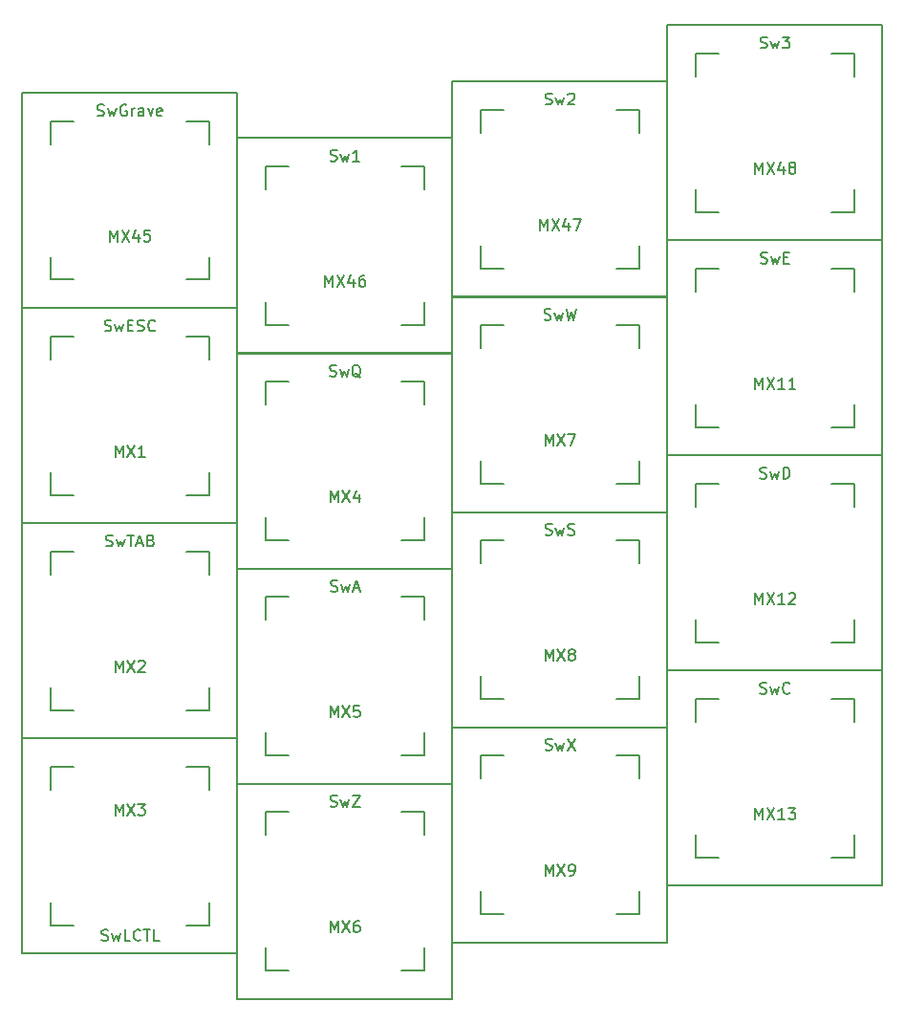
<source format=gbr>
G04 #@! TF.GenerationSoftware,KiCad,Pcbnew,(5.1.4)-1*
G04 #@! TF.CreationDate,2023-05-18T17:00:28-04:00*
G04 #@! TF.ProjectId,ThumbsUp,5468756d-6273-4557-902e-6b696361645f,rev?*
G04 #@! TF.SameCoordinates,Original*
G04 #@! TF.FileFunction,Drawing*
%FSLAX46Y46*%
G04 Gerber Fmt 4.6, Leading zero omitted, Abs format (unit mm)*
G04 Created by KiCad (PCBNEW (5.1.4)-1) date 2023-05-18 17:00:28*
%MOMM*%
%LPD*%
G04 APERTURE LIST*
%ADD10C,0.150000*%
G04 APERTURE END LIST*
D10*
X33437789Y-538367952D02*
X33437789Y-519317952D01*
X52487789Y-538367952D02*
X33437789Y-538367952D01*
X52487789Y-519317952D02*
X52487789Y-538367952D01*
X33437789Y-519317952D02*
X52487789Y-519317952D01*
X35962789Y-521842952D02*
X35962789Y-523842952D01*
X37962789Y-521842952D02*
X35962789Y-521842952D01*
X35962789Y-535842952D02*
X37962789Y-535842952D01*
X35962789Y-533842952D02*
X35962789Y-535842952D01*
X49962789Y-535842952D02*
X49962789Y-533842952D01*
X47962789Y-535842952D02*
X49962789Y-535842952D01*
X49962789Y-521842952D02*
X49962789Y-523842952D01*
X47962789Y-521842952D02*
X49962789Y-521842952D01*
X33437790Y-557417952D02*
X33437790Y-538367952D01*
X52487790Y-557417952D02*
X33437790Y-557417952D01*
X52487790Y-538367952D02*
X52487790Y-557417952D01*
X33437790Y-538367952D02*
X52487790Y-538367952D01*
X35962790Y-540892952D02*
X35962790Y-542892952D01*
X37962790Y-540892952D02*
X35962790Y-540892952D01*
X35962790Y-554892952D02*
X37962790Y-554892952D01*
X35962790Y-552892952D02*
X35962790Y-554892952D01*
X49962790Y-554892952D02*
X49962790Y-552892952D01*
X47962790Y-554892952D02*
X49962790Y-554892952D01*
X49962790Y-540892952D02*
X49962790Y-542892952D01*
X47962790Y-540892952D02*
X49962790Y-540892952D01*
X71537790Y-509305000D02*
X71537790Y-490255000D01*
X90587790Y-509305000D02*
X71537790Y-509305000D01*
X90587790Y-490255000D02*
X90587790Y-509305000D01*
X71537790Y-490255000D02*
X90587790Y-490255000D01*
X74062790Y-492780000D02*
X74062790Y-494780000D01*
X76062790Y-492780000D02*
X74062790Y-492780000D01*
X74062790Y-506780000D02*
X76062790Y-506780000D01*
X74062790Y-504780000D02*
X74062790Y-506780000D01*
X88062790Y-506780000D02*
X88062790Y-504780000D01*
X86062790Y-506780000D02*
X88062790Y-506780000D01*
X88062790Y-492780000D02*
X88062790Y-494780000D01*
X86062790Y-492780000D02*
X88062790Y-492780000D01*
X52487789Y-514305000D02*
X52487789Y-495255000D01*
X71537789Y-514305000D02*
X52487789Y-514305000D01*
X71537789Y-495255000D02*
X71537789Y-514305000D01*
X52487789Y-495255000D02*
X71537789Y-495255000D01*
X55012789Y-497780000D02*
X55012789Y-499780000D01*
X57012789Y-497780000D02*
X55012789Y-497780000D01*
X55012789Y-511780000D02*
X57012789Y-511780000D01*
X55012789Y-509780000D02*
X55012789Y-511780000D01*
X69012789Y-511780000D02*
X69012789Y-509780000D01*
X67012789Y-511780000D02*
X69012789Y-511780000D01*
X69012789Y-497780000D02*
X69012789Y-499780000D01*
X67012789Y-497780000D02*
X69012789Y-497780000D01*
X33437789Y-519305000D02*
X33437789Y-500255000D01*
X52487789Y-519305000D02*
X33437789Y-519305000D01*
X52487789Y-500255000D02*
X52487789Y-519305000D01*
X33437789Y-500255000D02*
X52487789Y-500255000D01*
X35962789Y-502780000D02*
X35962789Y-504780000D01*
X37962789Y-502780000D02*
X35962789Y-502780000D01*
X35962789Y-516780000D02*
X37962789Y-516780000D01*
X35962789Y-514780000D02*
X35962789Y-516780000D01*
X49962789Y-516780000D02*
X49962789Y-514780000D01*
X47962789Y-516780000D02*
X49962789Y-516780000D01*
X49962789Y-502780000D02*
X49962789Y-504780000D01*
X47962789Y-502780000D02*
X49962789Y-502780000D01*
X14387789Y-515305000D02*
X14387789Y-496255000D01*
X33437789Y-515305000D02*
X14387789Y-515305000D01*
X33437789Y-496255000D02*
X33437789Y-515305000D01*
X14387789Y-496255000D02*
X33437789Y-496255000D01*
X16912789Y-498780000D02*
X16912789Y-500780000D01*
X18912789Y-498780000D02*
X16912789Y-498780000D01*
X16912789Y-512780000D02*
X18912789Y-512780000D01*
X16912789Y-510780000D02*
X16912789Y-512780000D01*
X30912789Y-512780000D02*
X30912789Y-510780000D01*
X28912789Y-512780000D02*
X30912789Y-512780000D01*
X30912789Y-498780000D02*
X30912789Y-500780000D01*
X28912789Y-498780000D02*
X30912789Y-498780000D01*
X71537789Y-566467952D02*
X71537789Y-547417952D01*
X90587789Y-566467952D02*
X71537789Y-566467952D01*
X90587789Y-547417952D02*
X90587789Y-566467952D01*
X71537789Y-547417952D02*
X90587789Y-547417952D01*
X74062789Y-549942952D02*
X74062789Y-551942952D01*
X76062789Y-549942952D02*
X74062789Y-549942952D01*
X74062789Y-563942952D02*
X76062789Y-563942952D01*
X74062789Y-561942952D02*
X74062789Y-563942952D01*
X88062789Y-563942952D02*
X88062789Y-561942952D01*
X86062789Y-563942952D02*
X88062789Y-563942952D01*
X88062789Y-549942952D02*
X88062789Y-551942952D01*
X86062789Y-549942952D02*
X88062789Y-549942952D01*
X71537789Y-547417952D02*
X71537789Y-528367952D01*
X90587789Y-547417952D02*
X71537789Y-547417952D01*
X90587789Y-528367952D02*
X90587789Y-547417952D01*
X71537789Y-528367952D02*
X90587789Y-528367952D01*
X74062789Y-530892952D02*
X74062789Y-532892952D01*
X76062789Y-530892952D02*
X74062789Y-530892952D01*
X74062789Y-544892952D02*
X76062789Y-544892952D01*
X74062789Y-542892952D02*
X74062789Y-544892952D01*
X88062789Y-544892952D02*
X88062789Y-542892952D01*
X86062789Y-544892952D02*
X88062789Y-544892952D01*
X88062789Y-530892952D02*
X88062789Y-532892952D01*
X86062789Y-530892952D02*
X88062789Y-530892952D01*
X71537790Y-528367952D02*
X71537790Y-509317952D01*
X90587790Y-528367952D02*
X71537790Y-528367952D01*
X90587790Y-509317952D02*
X90587790Y-528367952D01*
X71537790Y-509317952D02*
X90587790Y-509317952D01*
X74062790Y-511842952D02*
X74062790Y-513842952D01*
X76062790Y-511842952D02*
X74062790Y-511842952D01*
X74062790Y-525842952D02*
X76062790Y-525842952D01*
X74062790Y-523842952D02*
X74062790Y-525842952D01*
X88062790Y-525842952D02*
X88062790Y-523842952D01*
X86062790Y-525842952D02*
X88062790Y-525842952D01*
X88062790Y-511842952D02*
X88062790Y-513842952D01*
X86062790Y-511842952D02*
X88062790Y-511842952D01*
X52487790Y-571467952D02*
X52487790Y-552417952D01*
X71537790Y-571467952D02*
X52487790Y-571467952D01*
X71537790Y-552417952D02*
X71537790Y-571467952D01*
X52487790Y-552417952D02*
X71537790Y-552417952D01*
X55012790Y-554942952D02*
X55012790Y-556942952D01*
X57012790Y-554942952D02*
X55012790Y-554942952D01*
X55012790Y-568942952D02*
X57012790Y-568942952D01*
X55012790Y-566942952D02*
X55012790Y-568942952D01*
X69012790Y-568942952D02*
X69012790Y-566942952D01*
X67012790Y-568942952D02*
X69012790Y-568942952D01*
X69012790Y-554942952D02*
X69012790Y-556942952D01*
X67012790Y-554942952D02*
X69012790Y-554942952D01*
X52487789Y-552417952D02*
X52487789Y-533367952D01*
X71537789Y-552417952D02*
X52487789Y-552417952D01*
X71537789Y-533367952D02*
X71537789Y-552417952D01*
X52487789Y-533367952D02*
X71537789Y-533367952D01*
X55012789Y-535892952D02*
X55012789Y-537892952D01*
X57012789Y-535892952D02*
X55012789Y-535892952D01*
X55012789Y-549892952D02*
X57012789Y-549892952D01*
X55012789Y-547892952D02*
X55012789Y-549892952D01*
X69012789Y-549892952D02*
X69012789Y-547892952D01*
X67012789Y-549892952D02*
X69012789Y-549892952D01*
X69012789Y-535892952D02*
X69012789Y-537892952D01*
X67012789Y-535892952D02*
X69012789Y-535892952D01*
X52487789Y-533367953D02*
X52487789Y-514317953D01*
X71537789Y-533367953D02*
X52487789Y-533367953D01*
X71537789Y-514317953D02*
X71537789Y-533367953D01*
X52487789Y-514317953D02*
X71537789Y-514317953D01*
X55012789Y-516842953D02*
X55012789Y-518842953D01*
X57012789Y-516842953D02*
X55012789Y-516842953D01*
X55012789Y-530842953D02*
X57012789Y-530842953D01*
X55012789Y-528842953D02*
X55012789Y-530842953D01*
X69012789Y-530842953D02*
X69012789Y-528842953D01*
X67012789Y-530842953D02*
X69012789Y-530842953D01*
X69012789Y-516842953D02*
X69012789Y-518842953D01*
X67012789Y-516842953D02*
X69012789Y-516842953D01*
X33437789Y-576467952D02*
X33437789Y-557417952D01*
X52487789Y-576467952D02*
X33437789Y-576467952D01*
X52487789Y-557417952D02*
X52487789Y-576467952D01*
X33437789Y-557417952D02*
X52487789Y-557417952D01*
X35962789Y-559942952D02*
X35962789Y-561942952D01*
X37962789Y-559942952D02*
X35962789Y-559942952D01*
X35962789Y-573942952D02*
X37962789Y-573942952D01*
X35962789Y-571942952D02*
X35962789Y-573942952D01*
X49962789Y-573942952D02*
X49962789Y-571942952D01*
X47962789Y-573942952D02*
X49962789Y-573942952D01*
X49962789Y-559942952D02*
X49962789Y-561942952D01*
X47962789Y-559942952D02*
X49962789Y-559942952D01*
X33437789Y-553417952D02*
X33437789Y-572467952D01*
X14387789Y-553417952D02*
X33437789Y-553417952D01*
X14387789Y-572467952D02*
X14387789Y-553417952D01*
X33437789Y-572467952D02*
X14387789Y-572467952D01*
X30912789Y-569942952D02*
X30912789Y-567942952D01*
X28912789Y-569942952D02*
X30912789Y-569942952D01*
X30912789Y-555942952D02*
X28912789Y-555942952D01*
X30912789Y-557942952D02*
X30912789Y-555942952D01*
X16912789Y-555942952D02*
X16912789Y-557942952D01*
X18912789Y-555942952D02*
X16912789Y-555942952D01*
X16912789Y-569942952D02*
X16912789Y-567942952D01*
X18912789Y-569942952D02*
X16912789Y-569942952D01*
X14387790Y-553417952D02*
X14387790Y-534367952D01*
X33437790Y-553417952D02*
X14387790Y-553417952D01*
X33437790Y-534367952D02*
X33437790Y-553417952D01*
X14387790Y-534367952D02*
X33437790Y-534367952D01*
X16912790Y-536892952D02*
X16912790Y-538892952D01*
X18912790Y-536892952D02*
X16912790Y-536892952D01*
X16912790Y-550892952D02*
X18912790Y-550892952D01*
X16912790Y-548892952D02*
X16912790Y-550892952D01*
X30912790Y-550892952D02*
X30912790Y-548892952D01*
X28912790Y-550892952D02*
X30912790Y-550892952D01*
X30912790Y-536892952D02*
X30912790Y-538892952D01*
X28912790Y-536892952D02*
X30912790Y-536892952D01*
X14387789Y-534367953D02*
X14387789Y-515317953D01*
X33437789Y-534367953D02*
X14387789Y-534367953D01*
X33437789Y-515317953D02*
X33437789Y-534367953D01*
X14387789Y-515317953D02*
X33437789Y-515317953D01*
X16912789Y-517842953D02*
X16912789Y-519842953D01*
X18912789Y-517842953D02*
X16912789Y-517842953D01*
X16912789Y-531842953D02*
X18912789Y-531842953D01*
X16912789Y-529842953D02*
X16912789Y-531842953D01*
X30912789Y-531842953D02*
X30912789Y-529842953D01*
X28912789Y-531842953D02*
X30912789Y-531842953D01*
X30912789Y-517842953D02*
X30912789Y-519842953D01*
X28912789Y-517842953D02*
X30912789Y-517842953D01*
X41677074Y-532470332D02*
X41677074Y-531470332D01*
X42010408Y-532184618D01*
X42343741Y-531470332D01*
X42343741Y-532470332D01*
X42724693Y-531470332D02*
X43391360Y-532470332D01*
X43391360Y-531470332D02*
X42724693Y-532470332D01*
X44200884Y-531803666D02*
X44200884Y-532470332D01*
X43962789Y-531422713D02*
X43724693Y-532136999D01*
X44343741Y-532136999D01*
X41629455Y-521310213D02*
X41772312Y-521357832D01*
X42010408Y-521357832D01*
X42105646Y-521310213D01*
X42153265Y-521262594D01*
X42200884Y-521167356D01*
X42200884Y-521072118D01*
X42153265Y-520976880D01*
X42105646Y-520929261D01*
X42010408Y-520881642D01*
X41819931Y-520834023D01*
X41724693Y-520786404D01*
X41677074Y-520738785D01*
X41629455Y-520643547D01*
X41629455Y-520548309D01*
X41677074Y-520453071D01*
X41724693Y-520405452D01*
X41819931Y-520357832D01*
X42058027Y-520357832D01*
X42200884Y-520405452D01*
X42534217Y-520691166D02*
X42724693Y-521357832D01*
X42915169Y-520881642D01*
X43105646Y-521357832D01*
X43296122Y-520691166D01*
X44343741Y-521453071D02*
X44248503Y-521405452D01*
X44153265Y-521310213D01*
X44010408Y-521167356D01*
X43915169Y-521119737D01*
X43819931Y-521119737D01*
X43867550Y-521357832D02*
X43772312Y-521310213D01*
X43677074Y-521214975D01*
X43629455Y-521024499D01*
X43629455Y-520691166D01*
X43677074Y-520500690D01*
X43772312Y-520405452D01*
X43867550Y-520357832D01*
X44058027Y-520357832D01*
X44153265Y-520405452D01*
X44248503Y-520500690D01*
X44296122Y-520691166D01*
X44296122Y-521024499D01*
X44248503Y-521214975D01*
X44153265Y-521310213D01*
X44058027Y-521357832D01*
X43867550Y-521357832D01*
X41677075Y-551520332D02*
X41677075Y-550520332D01*
X42010409Y-551234618D01*
X42343742Y-550520332D01*
X42343742Y-551520332D01*
X42724694Y-550520332D02*
X43391361Y-551520332D01*
X43391361Y-550520332D02*
X42724694Y-551520332D01*
X44248504Y-550520332D02*
X43772313Y-550520332D01*
X43724694Y-550996523D01*
X43772313Y-550948904D01*
X43867551Y-550901285D01*
X44105647Y-550901285D01*
X44200885Y-550948904D01*
X44248504Y-550996523D01*
X44296123Y-551091761D01*
X44296123Y-551329856D01*
X44248504Y-551425094D01*
X44200885Y-551472713D01*
X44105647Y-551520332D01*
X43867551Y-551520332D01*
X43772313Y-551472713D01*
X43724694Y-551425094D01*
X41724694Y-540360213D02*
X41867551Y-540407832D01*
X42105647Y-540407832D01*
X42200885Y-540360213D01*
X42248504Y-540312594D01*
X42296123Y-540217356D01*
X42296123Y-540122118D01*
X42248504Y-540026880D01*
X42200885Y-539979261D01*
X42105647Y-539931642D01*
X41915170Y-539884023D01*
X41819932Y-539836404D01*
X41772313Y-539788785D01*
X41724694Y-539693547D01*
X41724694Y-539598309D01*
X41772313Y-539503071D01*
X41819932Y-539455452D01*
X41915170Y-539407832D01*
X42153266Y-539407832D01*
X42296123Y-539455452D01*
X42629456Y-539741166D02*
X42819932Y-540407832D01*
X43010409Y-539931642D01*
X43200885Y-540407832D01*
X43391361Y-539741166D01*
X43724694Y-540122118D02*
X44200885Y-540122118D01*
X43629456Y-540407832D02*
X43962790Y-539407832D01*
X44296123Y-540407832D01*
X79300885Y-503407380D02*
X79300885Y-502407380D01*
X79634218Y-503121666D01*
X79967551Y-502407380D01*
X79967551Y-503407380D01*
X80348504Y-502407380D02*
X81015170Y-503407380D01*
X81015170Y-502407380D02*
X80348504Y-503407380D01*
X81824694Y-502740714D02*
X81824694Y-503407380D01*
X81586599Y-502359761D02*
X81348504Y-503074047D01*
X81967551Y-503074047D01*
X82491361Y-502835952D02*
X82396123Y-502788333D01*
X82348504Y-502740714D01*
X82300885Y-502645476D01*
X82300885Y-502597857D01*
X82348504Y-502502619D01*
X82396123Y-502455000D01*
X82491361Y-502407380D01*
X82681837Y-502407380D01*
X82777075Y-502455000D01*
X82824694Y-502502619D01*
X82872313Y-502597857D01*
X82872313Y-502645476D01*
X82824694Y-502740714D01*
X82777075Y-502788333D01*
X82681837Y-502835952D01*
X82491361Y-502835952D01*
X82396123Y-502883571D01*
X82348504Y-502931190D01*
X82300885Y-503026428D01*
X82300885Y-503216904D01*
X82348504Y-503312142D01*
X82396123Y-503359761D01*
X82491361Y-503407380D01*
X82681837Y-503407380D01*
X82777075Y-503359761D01*
X82824694Y-503312142D01*
X82872313Y-503216904D01*
X82872313Y-503026428D01*
X82824694Y-502931190D01*
X82777075Y-502883571D01*
X82681837Y-502835952D01*
X79777075Y-492247261D02*
X79919932Y-492294880D01*
X80158028Y-492294880D01*
X80253266Y-492247261D01*
X80300885Y-492199642D01*
X80348504Y-492104404D01*
X80348504Y-492009166D01*
X80300885Y-491913928D01*
X80253266Y-491866309D01*
X80158028Y-491818690D01*
X79967551Y-491771071D01*
X79872313Y-491723452D01*
X79824694Y-491675833D01*
X79777075Y-491580595D01*
X79777075Y-491485357D01*
X79824694Y-491390119D01*
X79872313Y-491342500D01*
X79967551Y-491294880D01*
X80205647Y-491294880D01*
X80348504Y-491342500D01*
X80681837Y-491628214D02*
X80872313Y-492294880D01*
X81062790Y-491818690D01*
X81253266Y-492294880D01*
X81443742Y-491628214D01*
X81729456Y-491294880D02*
X82348504Y-491294880D01*
X82015170Y-491675833D01*
X82158028Y-491675833D01*
X82253266Y-491723452D01*
X82300885Y-491771071D01*
X82348504Y-491866309D01*
X82348504Y-492104404D01*
X82300885Y-492199642D01*
X82253266Y-492247261D01*
X82158028Y-492294880D01*
X81872313Y-492294880D01*
X81777075Y-492247261D01*
X81729456Y-492199642D01*
X60250884Y-508407380D02*
X60250884Y-507407380D01*
X60584217Y-508121666D01*
X60917550Y-507407380D01*
X60917550Y-508407380D01*
X61298503Y-507407380D02*
X61965169Y-508407380D01*
X61965169Y-507407380D02*
X61298503Y-508407380D01*
X62774693Y-507740714D02*
X62774693Y-508407380D01*
X62536598Y-507359761D02*
X62298503Y-508074047D01*
X62917550Y-508074047D01*
X63203265Y-507407380D02*
X63869931Y-507407380D01*
X63441360Y-508407380D01*
X60727074Y-497247261D02*
X60869931Y-497294880D01*
X61108027Y-497294880D01*
X61203265Y-497247261D01*
X61250884Y-497199642D01*
X61298503Y-497104404D01*
X61298503Y-497009166D01*
X61250884Y-496913928D01*
X61203265Y-496866309D01*
X61108027Y-496818690D01*
X60917550Y-496771071D01*
X60822312Y-496723452D01*
X60774693Y-496675833D01*
X60727074Y-496580595D01*
X60727074Y-496485357D01*
X60774693Y-496390119D01*
X60822312Y-496342500D01*
X60917550Y-496294880D01*
X61155646Y-496294880D01*
X61298503Y-496342500D01*
X61631836Y-496628214D02*
X61822312Y-497294880D01*
X62012789Y-496818690D01*
X62203265Y-497294880D01*
X62393741Y-496628214D01*
X62727074Y-496390119D02*
X62774693Y-496342500D01*
X62869931Y-496294880D01*
X63108027Y-496294880D01*
X63203265Y-496342500D01*
X63250884Y-496390119D01*
X63298503Y-496485357D01*
X63298503Y-496580595D01*
X63250884Y-496723452D01*
X62679455Y-497294880D01*
X63298503Y-497294880D01*
X41200884Y-513407380D02*
X41200884Y-512407380D01*
X41534217Y-513121666D01*
X41867550Y-512407380D01*
X41867550Y-513407380D01*
X42248503Y-512407380D02*
X42915169Y-513407380D01*
X42915169Y-512407380D02*
X42248503Y-513407380D01*
X43724693Y-512740714D02*
X43724693Y-513407380D01*
X43486598Y-512359761D02*
X43248503Y-513074047D01*
X43867550Y-513074047D01*
X44677074Y-512407380D02*
X44486598Y-512407380D01*
X44391360Y-512455000D01*
X44343741Y-512502619D01*
X44248503Y-512645476D01*
X44200884Y-512835952D01*
X44200884Y-513216904D01*
X44248503Y-513312142D01*
X44296122Y-513359761D01*
X44391360Y-513407380D01*
X44581836Y-513407380D01*
X44677074Y-513359761D01*
X44724693Y-513312142D01*
X44772312Y-513216904D01*
X44772312Y-512978809D01*
X44724693Y-512883571D01*
X44677074Y-512835952D01*
X44581836Y-512788333D01*
X44391360Y-512788333D01*
X44296122Y-512835952D01*
X44248503Y-512883571D01*
X44200884Y-512978809D01*
X41677074Y-502247261D02*
X41819931Y-502294880D01*
X42058027Y-502294880D01*
X42153265Y-502247261D01*
X42200884Y-502199642D01*
X42248503Y-502104404D01*
X42248503Y-502009166D01*
X42200884Y-501913928D01*
X42153265Y-501866309D01*
X42058027Y-501818690D01*
X41867550Y-501771071D01*
X41772312Y-501723452D01*
X41724693Y-501675833D01*
X41677074Y-501580595D01*
X41677074Y-501485357D01*
X41724693Y-501390119D01*
X41772312Y-501342500D01*
X41867550Y-501294880D01*
X42105646Y-501294880D01*
X42248503Y-501342500D01*
X42581836Y-501628214D02*
X42772312Y-502294880D01*
X42962789Y-501818690D01*
X43153265Y-502294880D01*
X43343741Y-501628214D01*
X44248503Y-502294880D02*
X43677074Y-502294880D01*
X43962789Y-502294880D02*
X43962789Y-501294880D01*
X43867550Y-501437738D01*
X43772312Y-501532976D01*
X43677074Y-501580595D01*
X22150884Y-509407380D02*
X22150884Y-508407380D01*
X22484217Y-509121666D01*
X22817550Y-508407380D01*
X22817550Y-509407380D01*
X23198503Y-508407380D02*
X23865169Y-509407380D01*
X23865169Y-508407380D02*
X23198503Y-509407380D01*
X24674693Y-508740714D02*
X24674693Y-509407380D01*
X24436598Y-508359761D02*
X24198503Y-509074047D01*
X24817550Y-509074047D01*
X25674693Y-508407380D02*
X25198503Y-508407380D01*
X25150884Y-508883571D01*
X25198503Y-508835952D01*
X25293741Y-508788333D01*
X25531836Y-508788333D01*
X25627074Y-508835952D01*
X25674693Y-508883571D01*
X25722312Y-508978809D01*
X25722312Y-509216904D01*
X25674693Y-509312142D01*
X25627074Y-509359761D01*
X25531836Y-509407380D01*
X25293741Y-509407380D01*
X25198503Y-509359761D01*
X25150884Y-509312142D01*
X21031836Y-498247261D02*
X21174693Y-498294880D01*
X21412789Y-498294880D01*
X21508027Y-498247261D01*
X21555646Y-498199642D01*
X21603265Y-498104404D01*
X21603265Y-498009166D01*
X21555646Y-497913928D01*
X21508027Y-497866309D01*
X21412789Y-497818690D01*
X21222312Y-497771071D01*
X21127074Y-497723452D01*
X21079455Y-497675833D01*
X21031836Y-497580595D01*
X21031836Y-497485357D01*
X21079455Y-497390119D01*
X21127074Y-497342500D01*
X21222312Y-497294880D01*
X21460408Y-497294880D01*
X21603265Y-497342500D01*
X21936598Y-497628214D02*
X22127074Y-498294880D01*
X22317550Y-497818690D01*
X22508027Y-498294880D01*
X22698503Y-497628214D01*
X23603265Y-497342500D02*
X23508027Y-497294880D01*
X23365169Y-497294880D01*
X23222312Y-497342500D01*
X23127074Y-497437738D01*
X23079455Y-497532976D01*
X23031836Y-497723452D01*
X23031836Y-497866309D01*
X23079455Y-498056785D01*
X23127074Y-498152023D01*
X23222312Y-498247261D01*
X23365169Y-498294880D01*
X23460408Y-498294880D01*
X23603265Y-498247261D01*
X23650884Y-498199642D01*
X23650884Y-497866309D01*
X23460408Y-497866309D01*
X24079455Y-498294880D02*
X24079455Y-497628214D01*
X24079455Y-497818690D02*
X24127074Y-497723452D01*
X24174693Y-497675833D01*
X24269931Y-497628214D01*
X24365169Y-497628214D01*
X25127074Y-498294880D02*
X25127074Y-497771071D01*
X25079455Y-497675833D01*
X24984217Y-497628214D01*
X24793741Y-497628214D01*
X24698503Y-497675833D01*
X25127074Y-498247261D02*
X25031836Y-498294880D01*
X24793741Y-498294880D01*
X24698503Y-498247261D01*
X24650884Y-498152023D01*
X24650884Y-498056785D01*
X24698503Y-497961547D01*
X24793741Y-497913928D01*
X25031836Y-497913928D01*
X25127074Y-497866309D01*
X25508027Y-497628214D02*
X25746122Y-498294880D01*
X25984217Y-497628214D01*
X26746122Y-498247261D02*
X26650884Y-498294880D01*
X26460408Y-498294880D01*
X26365169Y-498247261D01*
X26317550Y-498152023D01*
X26317550Y-497771071D01*
X26365169Y-497675833D01*
X26460408Y-497628214D01*
X26650884Y-497628214D01*
X26746122Y-497675833D01*
X26793741Y-497771071D01*
X26793741Y-497866309D01*
X26317550Y-497961547D01*
X79300884Y-560570332D02*
X79300884Y-559570332D01*
X79634217Y-560284618D01*
X79967550Y-559570332D01*
X79967550Y-560570332D01*
X80348503Y-559570332D02*
X81015169Y-560570332D01*
X81015169Y-559570332D02*
X80348503Y-560570332D01*
X81919931Y-560570332D02*
X81348503Y-560570332D01*
X81634217Y-560570332D02*
X81634217Y-559570332D01*
X81538979Y-559713190D01*
X81443741Y-559808428D01*
X81348503Y-559856047D01*
X82253265Y-559570332D02*
X82872312Y-559570332D01*
X82538979Y-559951285D01*
X82681836Y-559951285D01*
X82777074Y-559998904D01*
X82824693Y-560046523D01*
X82872312Y-560141761D01*
X82872312Y-560379856D01*
X82824693Y-560475094D01*
X82777074Y-560522713D01*
X82681836Y-560570332D01*
X82396122Y-560570332D01*
X82300884Y-560522713D01*
X82253265Y-560475094D01*
X79753265Y-549410213D02*
X79896122Y-549457832D01*
X80134217Y-549457832D01*
X80229455Y-549410213D01*
X80277074Y-549362594D01*
X80324693Y-549267356D01*
X80324693Y-549172118D01*
X80277074Y-549076880D01*
X80229455Y-549029261D01*
X80134217Y-548981642D01*
X79943741Y-548934023D01*
X79848503Y-548886404D01*
X79800884Y-548838785D01*
X79753265Y-548743547D01*
X79753265Y-548648309D01*
X79800884Y-548553071D01*
X79848503Y-548505452D01*
X79943741Y-548457832D01*
X80181836Y-548457832D01*
X80324693Y-548505452D01*
X80658027Y-548791166D02*
X80848503Y-549457832D01*
X81038979Y-548981642D01*
X81229455Y-549457832D01*
X81419931Y-548791166D01*
X82372312Y-549362594D02*
X82324693Y-549410213D01*
X82181836Y-549457832D01*
X82086598Y-549457832D01*
X81943741Y-549410213D01*
X81848503Y-549314975D01*
X81800884Y-549219737D01*
X81753265Y-549029261D01*
X81753265Y-548886404D01*
X81800884Y-548695928D01*
X81848503Y-548600690D01*
X81943741Y-548505452D01*
X82086598Y-548457832D01*
X82181836Y-548457832D01*
X82324693Y-548505452D01*
X82372312Y-548553071D01*
X79300884Y-541520332D02*
X79300884Y-540520332D01*
X79634217Y-541234618D01*
X79967550Y-540520332D01*
X79967550Y-541520332D01*
X80348503Y-540520332D02*
X81015169Y-541520332D01*
X81015169Y-540520332D02*
X80348503Y-541520332D01*
X81919931Y-541520332D02*
X81348503Y-541520332D01*
X81634217Y-541520332D02*
X81634217Y-540520332D01*
X81538979Y-540663190D01*
X81443741Y-540758428D01*
X81348503Y-540806047D01*
X82300884Y-540615571D02*
X82348503Y-540567952D01*
X82443741Y-540520332D01*
X82681836Y-540520332D01*
X82777074Y-540567952D01*
X82824693Y-540615571D01*
X82872312Y-540710809D01*
X82872312Y-540806047D01*
X82824693Y-540948904D01*
X82253265Y-541520332D01*
X82872312Y-541520332D01*
X79753265Y-530360213D02*
X79896122Y-530407832D01*
X80134217Y-530407832D01*
X80229455Y-530360213D01*
X80277074Y-530312594D01*
X80324693Y-530217356D01*
X80324693Y-530122118D01*
X80277074Y-530026880D01*
X80229455Y-529979261D01*
X80134217Y-529931642D01*
X79943741Y-529884023D01*
X79848503Y-529836404D01*
X79800884Y-529788785D01*
X79753265Y-529693547D01*
X79753265Y-529598309D01*
X79800884Y-529503071D01*
X79848503Y-529455452D01*
X79943741Y-529407832D01*
X80181836Y-529407832D01*
X80324693Y-529455452D01*
X80658027Y-529741166D02*
X80848503Y-530407832D01*
X81038979Y-529931642D01*
X81229455Y-530407832D01*
X81419931Y-529741166D01*
X81800884Y-530407832D02*
X81800884Y-529407832D01*
X82038979Y-529407832D01*
X82181836Y-529455452D01*
X82277074Y-529550690D01*
X82324693Y-529645928D01*
X82372312Y-529836404D01*
X82372312Y-529979261D01*
X82324693Y-530169737D01*
X82277074Y-530264975D01*
X82181836Y-530360213D01*
X82038979Y-530407832D01*
X81800884Y-530407832D01*
X79300885Y-522470332D02*
X79300885Y-521470332D01*
X79634218Y-522184618D01*
X79967551Y-521470332D01*
X79967551Y-522470332D01*
X80348504Y-521470332D02*
X81015170Y-522470332D01*
X81015170Y-521470332D02*
X80348504Y-522470332D01*
X81919932Y-522470332D02*
X81348504Y-522470332D01*
X81634218Y-522470332D02*
X81634218Y-521470332D01*
X81538980Y-521613190D01*
X81443742Y-521708428D01*
X81348504Y-521756047D01*
X82872313Y-522470332D02*
X82300885Y-522470332D01*
X82586599Y-522470332D02*
X82586599Y-521470332D01*
X82491361Y-521613190D01*
X82396123Y-521708428D01*
X82300885Y-521756047D01*
X79800885Y-511310213D02*
X79943742Y-511357832D01*
X80181837Y-511357832D01*
X80277075Y-511310213D01*
X80324694Y-511262594D01*
X80372313Y-511167356D01*
X80372313Y-511072118D01*
X80324694Y-510976880D01*
X80277075Y-510929261D01*
X80181837Y-510881642D01*
X79991361Y-510834023D01*
X79896123Y-510786404D01*
X79848504Y-510738785D01*
X79800885Y-510643547D01*
X79800885Y-510548309D01*
X79848504Y-510453071D01*
X79896123Y-510405452D01*
X79991361Y-510357832D01*
X80229456Y-510357832D01*
X80372313Y-510405452D01*
X80705647Y-510691166D02*
X80896123Y-511357832D01*
X81086599Y-510881642D01*
X81277075Y-511357832D01*
X81467551Y-510691166D01*
X81848504Y-510834023D02*
X82181837Y-510834023D01*
X82324694Y-511357832D02*
X81848504Y-511357832D01*
X81848504Y-510357832D01*
X82324694Y-510357832D01*
X60727075Y-565570332D02*
X60727075Y-564570332D01*
X61060409Y-565284618D01*
X61393742Y-564570332D01*
X61393742Y-565570332D01*
X61774694Y-564570332D02*
X62441361Y-565570332D01*
X62441361Y-564570332D02*
X61774694Y-565570332D01*
X62869932Y-565570332D02*
X63060409Y-565570332D01*
X63155647Y-565522713D01*
X63203266Y-565475094D01*
X63298504Y-565332237D01*
X63346123Y-565141761D01*
X63346123Y-564760809D01*
X63298504Y-564665571D01*
X63250885Y-564617952D01*
X63155647Y-564570332D01*
X62965170Y-564570332D01*
X62869932Y-564617952D01*
X62822313Y-564665571D01*
X62774694Y-564760809D01*
X62774694Y-564998904D01*
X62822313Y-565094142D01*
X62869932Y-565141761D01*
X62965170Y-565189380D01*
X63155647Y-565189380D01*
X63250885Y-565141761D01*
X63298504Y-565094142D01*
X63346123Y-564998904D01*
X60727075Y-554410213D02*
X60869932Y-554457832D01*
X61108028Y-554457832D01*
X61203266Y-554410213D01*
X61250885Y-554362594D01*
X61298504Y-554267356D01*
X61298504Y-554172118D01*
X61250885Y-554076880D01*
X61203266Y-554029261D01*
X61108028Y-553981642D01*
X60917551Y-553934023D01*
X60822313Y-553886404D01*
X60774694Y-553838785D01*
X60727075Y-553743547D01*
X60727075Y-553648309D01*
X60774694Y-553553071D01*
X60822313Y-553505452D01*
X60917551Y-553457832D01*
X61155647Y-553457832D01*
X61298504Y-553505452D01*
X61631837Y-553791166D02*
X61822313Y-554457832D01*
X62012790Y-553981642D01*
X62203266Y-554457832D01*
X62393742Y-553791166D01*
X62679456Y-553457832D02*
X63346123Y-554457832D01*
X63346123Y-553457832D02*
X62679456Y-554457832D01*
X60727074Y-546520332D02*
X60727074Y-545520332D01*
X61060408Y-546234618D01*
X61393741Y-545520332D01*
X61393741Y-546520332D01*
X61774693Y-545520332D02*
X62441360Y-546520332D01*
X62441360Y-545520332D02*
X61774693Y-546520332D01*
X62965169Y-545948904D02*
X62869931Y-545901285D01*
X62822312Y-545853666D01*
X62774693Y-545758428D01*
X62774693Y-545710809D01*
X62822312Y-545615571D01*
X62869931Y-545567952D01*
X62965169Y-545520332D01*
X63155646Y-545520332D01*
X63250884Y-545567952D01*
X63298503Y-545615571D01*
X63346122Y-545710809D01*
X63346122Y-545758428D01*
X63298503Y-545853666D01*
X63250884Y-545901285D01*
X63155646Y-545948904D01*
X62965169Y-545948904D01*
X62869931Y-545996523D01*
X62822312Y-546044142D01*
X62774693Y-546139380D01*
X62774693Y-546329856D01*
X62822312Y-546425094D01*
X62869931Y-546472713D01*
X62965169Y-546520332D01*
X63155646Y-546520332D01*
X63250884Y-546472713D01*
X63298503Y-546425094D01*
X63346122Y-546329856D01*
X63346122Y-546139380D01*
X63298503Y-546044142D01*
X63250884Y-545996523D01*
X63155646Y-545948904D01*
X60727074Y-535360213D02*
X60869931Y-535407832D01*
X61108027Y-535407832D01*
X61203265Y-535360213D01*
X61250884Y-535312594D01*
X61298503Y-535217356D01*
X61298503Y-535122118D01*
X61250884Y-535026880D01*
X61203265Y-534979261D01*
X61108027Y-534931642D01*
X60917550Y-534884023D01*
X60822312Y-534836404D01*
X60774693Y-534788785D01*
X60727074Y-534693547D01*
X60727074Y-534598309D01*
X60774693Y-534503071D01*
X60822312Y-534455452D01*
X60917550Y-534407832D01*
X61155646Y-534407832D01*
X61298503Y-534455452D01*
X61631836Y-534741166D02*
X61822312Y-535407832D01*
X62012789Y-534931642D01*
X62203265Y-535407832D01*
X62393741Y-534741166D01*
X62727074Y-535360213D02*
X62869931Y-535407832D01*
X63108027Y-535407832D01*
X63203265Y-535360213D01*
X63250884Y-535312594D01*
X63298503Y-535217356D01*
X63298503Y-535122118D01*
X63250884Y-535026880D01*
X63203265Y-534979261D01*
X63108027Y-534931642D01*
X62917550Y-534884023D01*
X62822312Y-534836404D01*
X62774693Y-534788785D01*
X62727074Y-534693547D01*
X62727074Y-534598309D01*
X62774693Y-534503071D01*
X62822312Y-534455452D01*
X62917550Y-534407832D01*
X63155646Y-534407832D01*
X63298503Y-534455452D01*
X60727074Y-527470333D02*
X60727074Y-526470333D01*
X61060408Y-527184619D01*
X61393741Y-526470333D01*
X61393741Y-527470333D01*
X61774693Y-526470333D02*
X62441360Y-527470333D01*
X62441360Y-526470333D02*
X61774693Y-527470333D01*
X62727074Y-526470333D02*
X63393741Y-526470333D01*
X62965169Y-527470333D01*
X60631836Y-516310214D02*
X60774693Y-516357833D01*
X61012789Y-516357833D01*
X61108027Y-516310214D01*
X61155646Y-516262595D01*
X61203265Y-516167357D01*
X61203265Y-516072119D01*
X61155646Y-515976881D01*
X61108027Y-515929262D01*
X61012789Y-515881643D01*
X60822312Y-515834024D01*
X60727074Y-515786405D01*
X60679455Y-515738786D01*
X60631836Y-515643548D01*
X60631836Y-515548310D01*
X60679455Y-515453072D01*
X60727074Y-515405453D01*
X60822312Y-515357833D01*
X61060408Y-515357833D01*
X61203265Y-515405453D01*
X61536598Y-515691167D02*
X61727074Y-516357833D01*
X61917550Y-515881643D01*
X62108027Y-516357833D01*
X62298503Y-515691167D01*
X62584217Y-515357833D02*
X62822312Y-516357833D01*
X63012789Y-515643548D01*
X63203265Y-516357833D01*
X63441360Y-515357833D01*
X41677074Y-570570332D02*
X41677074Y-569570332D01*
X42010408Y-570284618D01*
X42343741Y-569570332D01*
X42343741Y-570570332D01*
X42724693Y-569570332D02*
X43391360Y-570570332D01*
X43391360Y-569570332D02*
X42724693Y-570570332D01*
X44200884Y-569570332D02*
X44010408Y-569570332D01*
X43915169Y-569617952D01*
X43867550Y-569665571D01*
X43772312Y-569808428D01*
X43724693Y-569998904D01*
X43724693Y-570379856D01*
X43772312Y-570475094D01*
X43819931Y-570522713D01*
X43915169Y-570570332D01*
X44105646Y-570570332D01*
X44200884Y-570522713D01*
X44248503Y-570475094D01*
X44296122Y-570379856D01*
X44296122Y-570141761D01*
X44248503Y-570046523D01*
X44200884Y-569998904D01*
X44105646Y-569951285D01*
X43915169Y-569951285D01*
X43819931Y-569998904D01*
X43772312Y-570046523D01*
X43724693Y-570141761D01*
X41677074Y-559410213D02*
X41819931Y-559457832D01*
X42058027Y-559457832D01*
X42153265Y-559410213D01*
X42200884Y-559362594D01*
X42248503Y-559267356D01*
X42248503Y-559172118D01*
X42200884Y-559076880D01*
X42153265Y-559029261D01*
X42058027Y-558981642D01*
X41867550Y-558934023D01*
X41772312Y-558886404D01*
X41724693Y-558838785D01*
X41677074Y-558743547D01*
X41677074Y-558648309D01*
X41724693Y-558553071D01*
X41772312Y-558505452D01*
X41867550Y-558457832D01*
X42105646Y-558457832D01*
X42248503Y-558505452D01*
X42581836Y-558791166D02*
X42772312Y-559457832D01*
X42962789Y-558981642D01*
X43153265Y-559457832D01*
X43343741Y-558791166D01*
X43629455Y-558457832D02*
X44296122Y-558457832D01*
X43629455Y-559457832D01*
X44296122Y-559457832D01*
X22627074Y-560220332D02*
X22627074Y-559220332D01*
X22960408Y-559934618D01*
X23293741Y-559220332D01*
X23293741Y-560220332D01*
X23674693Y-559220332D02*
X24341360Y-560220332D01*
X24341360Y-559220332D02*
X23674693Y-560220332D01*
X24627074Y-559220332D02*
X25246122Y-559220332D01*
X24912789Y-559601285D01*
X25055646Y-559601285D01*
X25150884Y-559648904D01*
X25198503Y-559696523D01*
X25246122Y-559791761D01*
X25246122Y-560029856D01*
X25198503Y-560125094D01*
X25150884Y-560172713D01*
X25055646Y-560220332D01*
X24769931Y-560220332D01*
X24674693Y-560172713D01*
X24627074Y-560125094D01*
X21412789Y-571285213D02*
X21555646Y-571332832D01*
X21793741Y-571332832D01*
X21888979Y-571285213D01*
X21936598Y-571237594D01*
X21984217Y-571142356D01*
X21984217Y-571047118D01*
X21936598Y-570951880D01*
X21888979Y-570904261D01*
X21793741Y-570856642D01*
X21603265Y-570809023D01*
X21508027Y-570761404D01*
X21460408Y-570713785D01*
X21412789Y-570618547D01*
X21412789Y-570523309D01*
X21460408Y-570428071D01*
X21508027Y-570380452D01*
X21603265Y-570332832D01*
X21841360Y-570332832D01*
X21984217Y-570380452D01*
X22317550Y-570666166D02*
X22508027Y-571332832D01*
X22698503Y-570856642D01*
X22888979Y-571332832D01*
X23079455Y-570666166D01*
X23936598Y-571332832D02*
X23460408Y-571332832D01*
X23460408Y-570332832D01*
X24841360Y-571237594D02*
X24793741Y-571285213D01*
X24650884Y-571332832D01*
X24555646Y-571332832D01*
X24412789Y-571285213D01*
X24317550Y-571189975D01*
X24269931Y-571094737D01*
X24222312Y-570904261D01*
X24222312Y-570761404D01*
X24269931Y-570570928D01*
X24317550Y-570475690D01*
X24412789Y-570380452D01*
X24555646Y-570332832D01*
X24650884Y-570332832D01*
X24793741Y-570380452D01*
X24841360Y-570428071D01*
X25127074Y-570332832D02*
X25698503Y-570332832D01*
X25412789Y-571332832D02*
X25412789Y-570332832D01*
X26508027Y-571332832D02*
X26031836Y-571332832D01*
X26031836Y-570332832D01*
X22627075Y-547520332D02*
X22627075Y-546520332D01*
X22960409Y-547234618D01*
X23293742Y-546520332D01*
X23293742Y-547520332D01*
X23674694Y-546520332D02*
X24341361Y-547520332D01*
X24341361Y-546520332D02*
X23674694Y-547520332D01*
X24674694Y-546615571D02*
X24722313Y-546567952D01*
X24817551Y-546520332D01*
X25055647Y-546520332D01*
X25150885Y-546567952D01*
X25198504Y-546615571D01*
X25246123Y-546710809D01*
X25246123Y-546806047D01*
X25198504Y-546948904D01*
X24627075Y-547520332D01*
X25246123Y-547520332D01*
X21793742Y-536360213D02*
X21936599Y-536407832D01*
X22174694Y-536407832D01*
X22269932Y-536360213D01*
X22317551Y-536312594D01*
X22365170Y-536217356D01*
X22365170Y-536122118D01*
X22317551Y-536026880D01*
X22269932Y-535979261D01*
X22174694Y-535931642D01*
X21984218Y-535884023D01*
X21888980Y-535836404D01*
X21841361Y-535788785D01*
X21793742Y-535693547D01*
X21793742Y-535598309D01*
X21841361Y-535503071D01*
X21888980Y-535455452D01*
X21984218Y-535407832D01*
X22222313Y-535407832D01*
X22365170Y-535455452D01*
X22698504Y-535741166D02*
X22888980Y-536407832D01*
X23079456Y-535931642D01*
X23269932Y-536407832D01*
X23460409Y-535741166D01*
X23698504Y-535407832D02*
X24269932Y-535407832D01*
X23984218Y-536407832D02*
X23984218Y-535407832D01*
X24555647Y-536122118D02*
X25031837Y-536122118D01*
X24460409Y-536407832D02*
X24793742Y-535407832D01*
X25127075Y-536407832D01*
X25793742Y-535884023D02*
X25936599Y-535931642D01*
X25984218Y-535979261D01*
X26031837Y-536074499D01*
X26031837Y-536217356D01*
X25984218Y-536312594D01*
X25936599Y-536360213D01*
X25841361Y-536407832D01*
X25460409Y-536407832D01*
X25460409Y-535407832D01*
X25793742Y-535407832D01*
X25888980Y-535455452D01*
X25936599Y-535503071D01*
X25984218Y-535598309D01*
X25984218Y-535693547D01*
X25936599Y-535788785D01*
X25888980Y-535836404D01*
X25793742Y-535884023D01*
X25460409Y-535884023D01*
X22627074Y-528470333D02*
X22627074Y-527470333D01*
X22960408Y-528184619D01*
X23293741Y-527470333D01*
X23293741Y-528470333D01*
X23674693Y-527470333D02*
X24341360Y-528470333D01*
X24341360Y-527470333D02*
X23674693Y-528470333D01*
X25246122Y-528470333D02*
X24674693Y-528470333D01*
X24960408Y-528470333D02*
X24960408Y-527470333D01*
X24865169Y-527613191D01*
X24769931Y-527708429D01*
X24674693Y-527756048D01*
X21674693Y-517310214D02*
X21817550Y-517357833D01*
X22055646Y-517357833D01*
X22150884Y-517310214D01*
X22198503Y-517262595D01*
X22246122Y-517167357D01*
X22246122Y-517072119D01*
X22198503Y-516976881D01*
X22150884Y-516929262D01*
X22055646Y-516881643D01*
X21865169Y-516834024D01*
X21769931Y-516786405D01*
X21722312Y-516738786D01*
X21674693Y-516643548D01*
X21674693Y-516548310D01*
X21722312Y-516453072D01*
X21769931Y-516405453D01*
X21865169Y-516357833D01*
X22103265Y-516357833D01*
X22246122Y-516405453D01*
X22579455Y-516691167D02*
X22769931Y-517357833D01*
X22960408Y-516881643D01*
X23150884Y-517357833D01*
X23341360Y-516691167D01*
X23722312Y-516834024D02*
X24055646Y-516834024D01*
X24198503Y-517357833D02*
X23722312Y-517357833D01*
X23722312Y-516357833D01*
X24198503Y-516357833D01*
X24579455Y-517310214D02*
X24722312Y-517357833D01*
X24960408Y-517357833D01*
X25055646Y-517310214D01*
X25103265Y-517262595D01*
X25150884Y-517167357D01*
X25150884Y-517072119D01*
X25103265Y-516976881D01*
X25055646Y-516929262D01*
X24960408Y-516881643D01*
X24769931Y-516834024D01*
X24674693Y-516786405D01*
X24627074Y-516738786D01*
X24579455Y-516643548D01*
X24579455Y-516548310D01*
X24627074Y-516453072D01*
X24674693Y-516405453D01*
X24769931Y-516357833D01*
X25008027Y-516357833D01*
X25150884Y-516405453D01*
X26150884Y-517262595D02*
X26103265Y-517310214D01*
X25960408Y-517357833D01*
X25865169Y-517357833D01*
X25722312Y-517310214D01*
X25627074Y-517214976D01*
X25579455Y-517119738D01*
X25531836Y-516929262D01*
X25531836Y-516786405D01*
X25579455Y-516595929D01*
X25627074Y-516500691D01*
X25722312Y-516405453D01*
X25865169Y-516357833D01*
X25960408Y-516357833D01*
X26103265Y-516405453D01*
X26150884Y-516453072D01*
M02*

</source>
